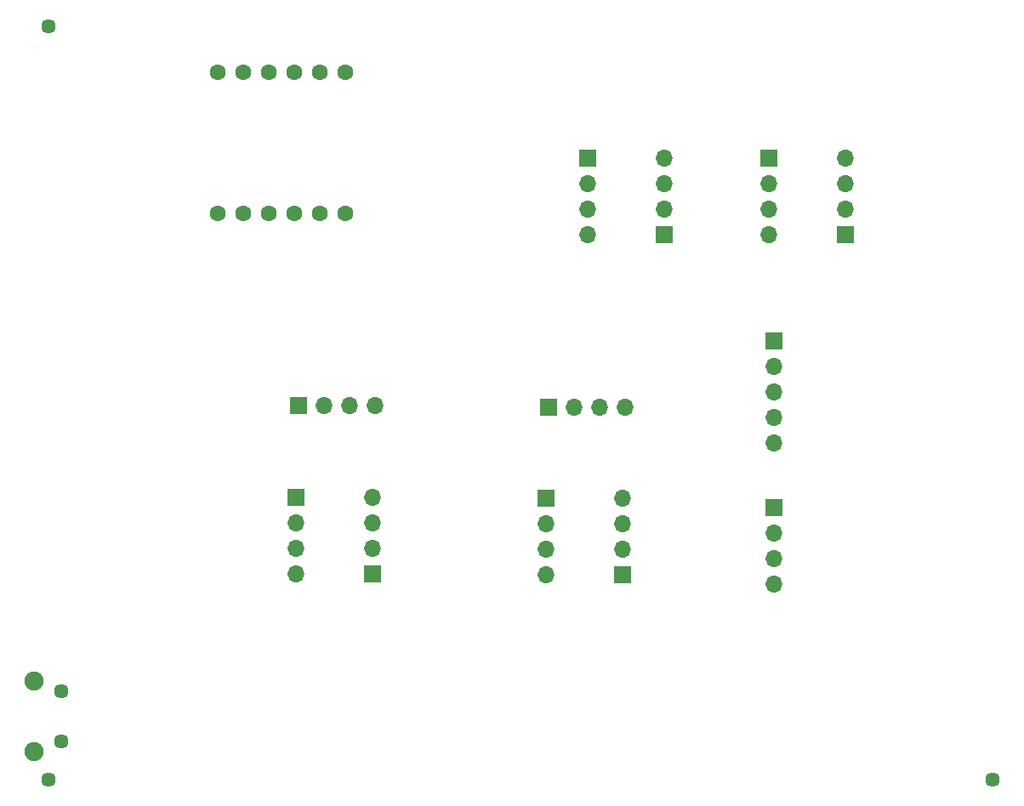
<source format=gbr>
%TF.GenerationSoftware,KiCad,Pcbnew,(5.1.9-0-10_14)*%
%TF.CreationDate,2021-03-10T21:41:09+01:00*%
%TF.ProjectId,MC5000_Board,4d433530-3030-45f4-926f-6172642e6b69,rev?*%
%TF.SameCoordinates,Original*%
%TF.FileFunction,Soldermask,Bot*%
%TF.FilePolarity,Negative*%
%FSLAX46Y46*%
G04 Gerber Fmt 4.6, Leading zero omitted, Abs format (unit mm)*
G04 Created by KiCad (PCBNEW (5.1.9-0-10_14)) date 2021-03-10 21:41:09*
%MOMM*%
%LPD*%
G01*
G04 APERTURE LIST*
%ADD10C,1.448000*%
%ADD11C,1.600000*%
%ADD12O,1.700000X1.700000*%
%ADD13R,1.700000X1.700000*%
%ADD14C,1.900000*%
%ADD15C,1.450000*%
G04 APERTURE END LIST*
D10*
%TO.C,REF\u002A\u002A*%
X53000000Y-43000000D03*
%TD*%
%TO.C,REF\u002A\u002A*%
X147000000Y-118000000D03*
%TD*%
%TO.C,REF\u002A\u002A*%
X53000000Y-118000000D03*
%TD*%
D11*
%TO.C,DS1*%
X82600000Y-61600000D03*
X80060000Y-61600000D03*
X77520000Y-61600000D03*
X74980000Y-61600000D03*
X72440000Y-61600000D03*
X69900000Y-61600000D03*
X82600000Y-47600000D03*
X80060000Y-47600000D03*
X77520000Y-47600000D03*
X74980000Y-47600000D03*
X72440000Y-47600000D03*
X69900000Y-47600000D03*
%TD*%
D12*
%TO.C,J25*%
X125200000Y-84460000D03*
X125200000Y-81920000D03*
X125200000Y-79380000D03*
X125200000Y-76840000D03*
D13*
X125200000Y-74300000D03*
%TD*%
D12*
%TO.C,J24*%
X125250000Y-98520000D03*
X125250000Y-95980000D03*
X125250000Y-93440000D03*
D13*
X125250000Y-90900000D03*
%TD*%
D12*
%TO.C,J23*%
X132310000Y-56160000D03*
X132310000Y-58700000D03*
X132310000Y-61240000D03*
D13*
X132310000Y-63780000D03*
%TD*%
D12*
%TO.C,J22*%
X124700000Y-63780000D03*
X124700000Y-61240000D03*
X124700000Y-58700000D03*
D13*
X124700000Y-56160000D03*
%TD*%
D12*
%TO.C,J21*%
X110200000Y-89980000D03*
X110200000Y-92520000D03*
X110200000Y-95060000D03*
D13*
X110200000Y-97600000D03*
%TD*%
D12*
%TO.C,J20*%
X110420000Y-80900000D03*
X107880000Y-80900000D03*
X105340000Y-80900000D03*
D13*
X102800000Y-80900000D03*
%TD*%
D12*
%TO.C,J19*%
X102550000Y-97590000D03*
X102550000Y-95050000D03*
X102550000Y-92510000D03*
D13*
X102550000Y-89970000D03*
%TD*%
D12*
%TO.C,J18*%
X85300000Y-89880000D03*
X85300000Y-92420000D03*
X85300000Y-94960000D03*
D13*
X85300000Y-97500000D03*
%TD*%
D12*
%TO.C,J17*%
X85520000Y-80800000D03*
X82980000Y-80800000D03*
X80440000Y-80800000D03*
D13*
X77900000Y-80800000D03*
%TD*%
D12*
%TO.C,J16*%
X77650000Y-97490000D03*
X77650000Y-94950000D03*
X77650000Y-92410000D03*
D13*
X77650000Y-89870000D03*
%TD*%
D12*
%TO.C,J15*%
X114300000Y-56120000D03*
X114300000Y-58660000D03*
X114300000Y-61200000D03*
D13*
X114300000Y-63740000D03*
%TD*%
D12*
%TO.C,J14*%
X106680000Y-63740000D03*
X106680000Y-61200000D03*
X106680000Y-58660000D03*
D13*
X106680000Y-56120000D03*
%TD*%
D14*
%TO.C,J1*%
X51562500Y-115200000D03*
X51562500Y-108200000D03*
D15*
X54262500Y-114200000D03*
X54262500Y-109200000D03*
%TD*%
M02*

</source>
